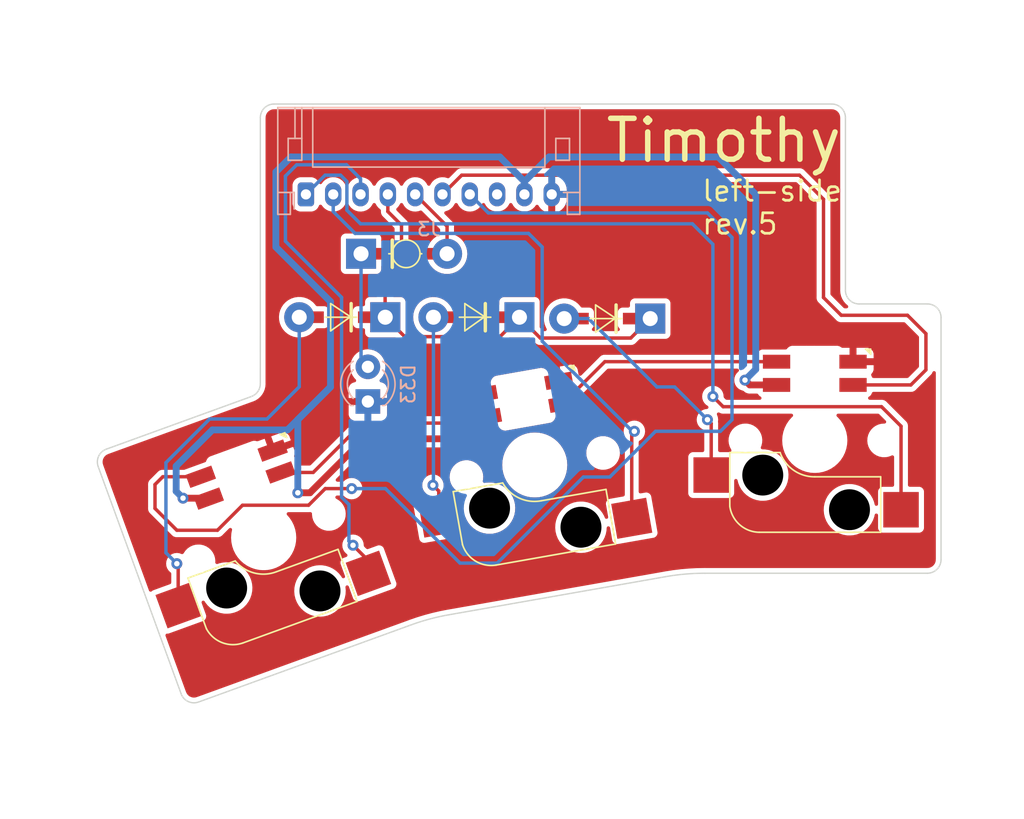
<source format=kicad_pcb>
(kicad_pcb (version 20211014) (generator pcbnew)
  (layers (0 "F.Cu" signal) (31 "B.Cu" signal) (34 "B.Paste" user) (35 "F.Paste" user) (36 "B.SilkS" user "B.Silkscreen") (37 "F.SilkS" user "F.Silkscreen") (38 "B.Mask" user) (39 "F.Mask" user) (44 "Edge.Cuts" user))
  (net 0 "")
  (net 1 "GND")
  (net 2 "Net-(D33-Pad2)")
  (net 3 "/C6")
  (net 4 "/VCC")
  (net 5 "Net-(D76-Pad2)")
  (net 6 "Net-(D77-Pad2)")
  (net 7 "Net-(D78-Pad2)")
  (net 8 "/BACKLIGHT_OUT")
  (net 9 "/C5")
  (net 10 "Net-(SW64-Pad6)")
  (net 11 "Net-(SW65-Pad6)")
  (net 12 "/C4")
  (net 13 "/BACKLIGHT_IN")
  (net 14 "/R5")
  (net 15 "/PWR_LED")
  (footprint "keyboard:MX_Socket_LED" (layer "F.Cu") (at 270.1617 197.7675)
    (fp_text reference "SW66" hide)
    (fp_text value "Key_Switch_with_LED" hide)
    (fp_line (start 3.277 10.385208) (end 6.96 10.389) (layer "F.SilkS") (width 0.12))
    (fp_line (start 14.326 16.231) (end 5.436 16.231) (layer "F.SilkS") (width 0.12))
    (fp_line (start 3.277 10.385208) (end 3.277 14.326) (layer "F.SilkS") (width 0.12))
    (fp_line (start 14.326 12.167) (end 14.326 16.231) (layer "F.SilkS") (width 0.12))
    (fp_line (start 9.5 12.167) (end 14.326 12.167) (layer "F.SilkS") (width 0.12))
    (fp_arc (start 9.5 12.167) (mid 7.946308 11.683273) (end 6.96 10.389) (layer "F.SilkS") (width 0.12))
    (fp_arc (start 5.436 16.231) (mid 4.002293 15.679933) (end 3.277 14.326) (layer "F.SilkS") (width 0.12))
    (fp_poly (pts (xy 13.6 3.2) (xy 13.6 2.8) (xy 13.2 2.8)) (layer "F.SilkS") (width 0.1) (fill solid))
    (pad "" np_thru_hole oval (at 8.925 4.6) (size 1.7 3.3) (drill oval 1.7 3.3) (layers F&B.Cu *.Mask))
    (pad "" np_thru_hole oval (at 9.5 3.1 90) (size 0.3 3.5) (drill oval 0.3 3.5) (layers F&B.Cu *.Mask))
    (pad "" np_thru_hole oval (at 8.175 4.6) (size 0.5 3.3) (drill oval 0.5 3.3) (layers F&B.Cu *.Mask))
    (pad "" np_thru_hole oval (at 7.9 4.6) (size 0.3 3.3) (drill oval 0.3 3.3) (layers F&B.Cu *.Mask))
    (pad "" np_thru_hole circle (at 5.69 12.04) (size 3 3) (drill 3) (layers *.Mask))
    (pad "" np_thru_hole circle (at 12.04 14.58) (size 3 3) (drill 3) (layers *.Mask))
    (pad "" np_thru_hole circle (at 9.5 9.5 90) (size 4 4) (drill 4) (layers F&B.Cu *.Mask))
    (pad "" np_thru_hole circle (at 14.58 9.5 90) (size 1.7 1.7) (drill 1.7) (layers *.Cu *.Mask))
    (pad "" np_thru_hole oval (at 10.1 4.6) (size 1.65 3.3) (drill oval 1.65 3.3) (layers F&B.Cu *.Mask))
    (pad "" np_thru_hole oval (at 9.5 6.125 90) (size 0.3 3.5) (drill oval 0.3 3.5) (layers F&B.Cu *.Mask))
    (pad "" np_thru_hole oval (at 10.85 4.6 180) (size 0.5 3.3) (drill oval 0.5 3.3) (layers F&B.Cu *.Mask))
    (pad "" np_thru_hole circle (at 4.42 9.5 90) (size 1.7 1.7) (drill 1.7) (layers *.Cu *.Mask))
    (pad "" np_thru_hole oval (at 11.1 4.6) (size 0.3 3.3) (drill oval 0.3 3.3) (layers F&B.Cu *.Mask))
    (pad "" np_thru_hole oval (at 9.5 4.6) (size 1.7 3.3) (drill oval 1.7 3.3) (layers F&B.Cu *.Mask))
    (pad "1" smd rect (at 15.815 14.58) (size 2.6 2.6) (layers "F.Cu" "F.Paste" "F.Mask") (net 12 "/C4"))
    (pad "2" smd rect (at 1.915 12.04) (size 2.6 2.6) (layers "F.Cu" "F.Paste" "F.Mask") (net 7 "Net-(D78-Pad2)"))
    (pad "3" smd rect (at 6.7 5.436) (size 2 1.02) (layers "F.Cu" "F.Paste" "F.Mask") (net 4 "/VCC"))
    (pad "4" smd rect (at 6.7 3.7325) (size 2 1.02) (layers "F.Cu" "F.Paste" "F.Mask") (net 11 "Net-(SW65-Pad6)"))
    (pad "5" smd rect (at 12.3 3.7325) (size 2 1.02) (layers "F.Cu" "F.Paste" "F.Mask") (net 1 "GND"))
    (pad "6" smd rect (at 12.3 5.436) (size 2 1.02) (layers "F.Cu" "F.Paste" "F.Mask") (net 13 "/BACKLIGHT_IN"))
  )
  (footprint "keyboard:CRD" (layer "F.Cu") (at 246.4367 193.5925)
    (fp_text reference "D34" hide)
    (fp_text value "CRD")
    (fp_line (start 2.286 -1) (end 2.286 1) (layer "F.SilkS") (width 0.25))
    (fp_line (start 2.032 0) (end 2.286 0) (layer "F.SilkS") (width 0.12))
    (fp_line (start 4.318 0) (end 4.445 0) (layer "F.SilkS") (width 0.12))
    (fp_circle (center 3.302 0) (end 3.302 -1.016) (layer "F.SilkS") (width 0.12) (fill none))
    (pad "" smd rect (at 5 0) (size 1 0.85) (layers "F.Cu" "F.Paste" "F.Mask"))
    (pad "" smd rect (at 1.5 0) (size 1 0.85) (layers "F.Cu" "F.Paste" "F.Mask"))
    (pad "1" thru_hole rect (at 0 0) (size 2.2 2.2) (drill 1.1) (layers *.Cu *.Mask))
    (pad "2" thru_hole oval (at 6.3 0) (size 2.2 2.2) (drill 1.1) (layers *.Cu *.Mask) (net 15 "/PWR_LED"))
  )
  (footprint "keyboard:MX_Socket_LED" (layer "F.Cu") (at 227.130429 208.714612 20)
    (fp_text reference "SW64" hide)
    (fp_text value "Key_Switch_with_LED" hide)
    (fp_line (start 14.326 12.167) (end 14.326 16.231) (layer "F.SilkS") (width 0.12))
    (fp_line (start 14.326 16.231) (end 5.436 16.231) (layer "F.SilkS") (width 0.12))
    (fp_line (start 3.277 10.385208) (end 3.277 14.326) (layer "F.SilkS") (width 0.12))
    (fp_line (start 3.277 10.385208) (end 6.96 10.389) (layer "F.SilkS") (width 0.12))
    (fp_line (start 9.5 12.167) (end 14.326 12.167) (layer "F.SilkS") (width 0.12))
    (fp_arc (start 9.5 12.167) (mid 7.946308 11.683273) (end 6.96 10.389) (layer "F.SilkS") (width 0.12))
    (fp_arc (start 5.436 16.231) (mid 4.002293 15.679933) (end 3.277 14.326) (layer "F.SilkS") (width 0.12))
    (fp_poly (pts (xy 13.6 3.2) (xy 13.6 2.8) (xy 13.2 2.8)) (layer "F.SilkS") (width 0.1) (fill solid))
    (pad "" np_thru_hole circle (at 9.5 9.5 110) (size 4 4) (drill 4) (layers F&B.Cu *.Mask))
    (pad "" np_thru_hole circle (at 14.58 9.5 110) (size 1.7 1.7) (drill 1.7) (layers *.Cu *.Mask))
    (pad "" np_thru_hole oval (at 9.5 6.125 110) (size 0.3 3.5) (drill oval 0.3 3.5) (layers F&B.Cu *.Mask))
    (pad "" np_thru_hole oval (at 8.925 4.6 20) (size 1.7 3.3) (drill oval 1.7 3.3) (layers F&B.Cu *.Mask))
    (pad "" np_thru_hole oval (at 9.5 4.6 20) (size 1.7 3.3) (drill oval 1.7 3.3) (layers F&B.Cu *.Mask))
    (pad "" np_thru_hole oval (at 10.1 4.6 20) (size 1.65 3.3) (drill oval 1.65 3.3) (layers F&B.Cu *.Mask))
    (pad "" np_thru_hole circle (at 4.42 9.5 110) (size 1.7 1.7) (drill 1.7) (layers *.Cu *.Mask))
    (pad "" np_thru_hole oval (at 8.175 4.6 20) (size 0.5 3.3) (drill oval 0.5 3.3) (layers F&B.Cu *.Mask))
    (pad "" np_thru_hole circle (at 5.69 12.04 20) (size 3 3) (drill 3) (layers *.Mask))
    (pad "" np_thru_hole oval (at 10.85 4.6 200) (size 0.5 3.3) (drill oval 0.5 3.3) (layers F&B.Cu *.Mask))
    (pad "" np_thru_hole oval (at 9.5 3.1 110) (size 0.3 3.5) (drill oval 0.3 3.5) (layers F&B.Cu *.Mask))
    (pad "" np_thru_hole circle (at 12.04 14.58 20) (size 3 3) (drill 3) (layers *.Mask))
    (pad "" np_thru_hole oval (at 11.1 4.6 20) (size 0.3 3.3) (drill oval 0.3 3.3) (layers F&B.Cu *.Mask))
    (pad "" np_thru_hole oval (at 7.9 4.6 20) (size 0.3 3.3) (drill oval 0.3 3.3) (layers F&B.Cu *.Mask))
    (pad "1" smd rect (at 15.815 14.58 20) (size 2.6 2.6) (layers "F.Cu" "F.Paste" "F.Mask") (net 3 "/C6"))
    (pad "2" smd rect (at 1.915 12.04 20) (size 2.6 2.6) (layers "F.Cu" "F.Paste" "F.Mask") (net 5 "Net-(D76-Pad2)"))
    (pad "3" smd rect (at 6.7 5.436 20) (size 2 1.02) (layers "F.Cu" "F.Paste" "F.Mask") (net 4 "/VCC"))
    (pad "4" smd rect (at 6.7 3.7325 20) (size 2 1.02) (layers "F.Cu" "F.Paste" "F.Mask") (net 8 "/BACKLIGHT_OUT"))
    (pad "5" smd rect (at 12.3 3.7325 20) (size 2 1.02) (layers "F.Cu" "F.Paste" "F.Mask") (net 1 "GND"))
    (pad "6" smd rect (at 12.3 5.436 20) (size 2 1.02) (layers "F.Cu" "F.Paste" "F.Mask") (net 10 "Net-(SW64-Pad6)"))
  )
  (footprint "keyboard:MX_Socket_LED" (layer "F.Cu") (at 248.151369 201.361484 10)
    (fp_text reference "SW65" hide)
    (fp_text value "Key_Switch_with_LED" hide)
    (fp_line (start 14.326 12.167) (end 14.326 16.231) (layer "F.SilkS") (width 0.12))
    (fp_line (start 14.326 16.231) (end 5.436 16.231) (layer "F.SilkS") (width 0.12))
    (fp_line (start 3.277 10.385208) (end 6.96 10.389) (layer "F.SilkS") (width 0.12))
    (fp_line (start 3.277 10.385208) (end 3.277 14.326) (layer "F.SilkS") (width 0.12))
    (fp_line (start 9.5 12.167) (end 14.326 12.167) (layer "F.SilkS") (width 0.12))
    (fp_arc (start 5.436 16.231) (mid 4.002293 15.679933) (end 3.277 14.326) (layer "F.SilkS") (width 0.12))
    (fp_arc (start 9.5 12.167) (mid 7.946308 11.683273) (end 6.96 10.389) (layer "F.SilkS") (width 0.12))
    (fp_poly (pts (xy 13.6 3.2) (xy 13.6 2.8) (xy 13.2 2.8)) (layer "F.SilkS") (width 0.1) (fill solid))
    (pad "" np_thru_hole oval (at 9.5 4.6 10) (size 1.7 3.3) (drill oval 1.7 3.3) (layers F&B.Cu *.Mask))
    (pad "" np_thru_hole circle (at 5.69 12.04 10) (size 3 3) (drill 3) (layers *.Mask))
    (pad "" np_thru_hole oval (at 10.1 4.6 10) (size 1.65 3.3) (drill oval 1.65 3.3) (layers F&B.Cu *.Mask))
    (pad "" np_thru_hole oval (at 8.925 4.6 10) (size 1.7 3.3) (drill oval 1.7 3.3) (layers F&B.Cu *.Mask))
    (pad "" np_thru_hole circle (at 12.04 14.58 10) (size 3 3) (drill 3) (layers *.Mask))
    (pad "" np_thru_hole oval (at 7.9 4.6 10) (size 0.3 3.3) (drill oval 0.3 3.3) (layers F&B.Cu *.Mask))
    (pad "" np_thru_hole circle (at 9.5 9.5 100) (size 4 4) (drill 4) (layers F&B.Cu *.Mask))
    (pad "" np_thru_hole oval (at 8.175 4.6 10) (size 0.5 3.3) (drill oval 0.5 3.3) (layers F&B.Cu *.Mask))
    (pad "" np_thru_hole circle (at 4.42 9.5 100) (size 1.7 1.7) (drill 1.7) (layers *.Cu *.Mask))
    (pad "" np_thru_hole oval (at 10.85 4.6 190) (size 0.5 3.3) (drill oval 0.5 3.3) (layers F&B.Cu *.Mask))
    (pad "" np_thru_hole oval (at 9.5 6.125 100) (size 0.3 3.5) (drill oval 0.3 3.5) (layers F&B.Cu *.Mask))
    (pad "" np_thru_hole oval (at 9.5 3.1 100) (size 0.3 3.5) (drill oval 0.3 3.5) (layers F&B.Cu *.Mask))
    (pad "" np_thru_hole circle (at 14.58 9.5 100) (size 1.7 1.7) (drill 1.7) (layers *.Cu *.Mask))
    (pad "" np_thru_hole oval (at 11.1 4.6 10) (size 0.3 3.3) (drill oval 0.3 3.3) (layers F&B.Cu *.Mask))
    (pad "1" smd rect (at 15.815 14.58 10) (size 2.6 2.6) (layers "F.Cu" "F.Paste" "F.Mask") (net 9 "/C5"))
    (pad "2" smd rect (at 1.915 12.04 10) (size 2.6 2.6) (layers "F.Cu" "F.Paste" "F.Mask") (net 6 "Net-(D77-Pad2)"))
    (pad "3" smd rect (at 6.7 5.436 10) (size 2 1.02) (layers "F.Cu" "F.Paste" "F.Mask") (net 4 "/VCC"))
    (pad "4" smd rect (at 6.7 3.7325 10) (size 2 1.02) (layers "F.Cu" "F.Paste" "F.Mask") (net 10 "Net-(SW64-Pad6)"))
    (pad "5" smd rect (at 12.3 3.7325 10) (size 2 1.02) (layers "F.Cu" "F.Paste" "F.Mask") (net 1 "GND"))
    (pad "6" smd rect (at 12.3 5.436 10) (size 2 1.02) (layers "F.Cu" "F.Paste" "F.Mask") (net 11 "Net-(SW65-Pad6)"))
  )
  (footprint "keyboard:Diode" (layer "F.Cu") (at 267.6117 198.3425 180)
    (fp_text reference "D78" hide)
    (fp_text value "D")
    (fp_line (start 2.595 0) (end 4 -1) (layer "F.SilkS") (width 0.12))
    (fp_line (start 2.5 -1) (end 2.5 1) (layer "F.SilkS") (width 0.25))
    (fp_line (start 2.1 0) (end 4.4 0) (layer "F.SilkS") (width 0.12))
    (fp_line (start 4 -1) (end 4 1) (layer "F.SilkS") (width 0.12))
    (fp_line (start 4 1) (end 2.5 0) (layer "F.SilkS") (width 0.12))
    (pad "" smd rect (at 5 0 180) (size 1 0.85) (layers "F.Cu" "F.Paste" "F.Mask"))
    (pad "" smd rect (at 1.5 0 180) (size 1 0.85) (layers "F.Cu" "F.Paste" "F.Mask"))
    (pad "1" thru_hole rect (at 0 0 180) (size 2.2 2.2) (drill 1.1) (layers *.Cu *.Mask) (net 14 "/R5"))
    (pad "2" thru_hole oval (at 6.3 0 180) (size 2.2 2.2) (drill 1.1) (layers *.Cu *.Mask) (net 7 "Net-(D78-Pad2)"))
  )
  (footprint "keyboard:Diode" (layer "F.Cu") (at 258.0367 198.2425 180)
    (fp_text reference "D77" hide)
    (fp_text value "D")
    (fp_line (start 4 1) (end 2.5 0) (layer "F.SilkS") (width 0.12))
    (fp_line (start 2.5 -1) (end 2.5 1) (layer "F.SilkS") (width 0.25))
    (fp_line (start 2.595 0) (end 4 -1) (layer "F.SilkS") (width 0.12))
    (fp_line (start 2.1 0) (end 4.4 0) (layer "F.SilkS") (width 0.12))
    (fp_line (start 4 -1) (end 4 1) (layer "F.SilkS") (width 0.12))
    (pad "" smd rect (at 1.5 0 180) (size 1 0.85) (layers "F.Cu" "F.Paste" "F.Mask"))
    (pad "" smd rect (at 5 0 180) (size 1 0.85) (layers "F.Cu" "F.Paste" "F.Mask"))
    (pad "1" thru_hole rect (at 0 0 180) (size 2.2 2.2) (drill 1.1) (layers *.Cu *.Mask) (net 14 "/R5"))
    (pad "2" thru_hole oval (at 6.3 0 180) (size 2.2 2.2) (drill 1.1) (layers *.Cu *.Mask) (net 6 "Net-(D77-Pad2)"))
  )
  (footprint "keyboard:Diode" (layer "F.Cu") (at 248.2117 198.2425 180)
    (fp_text reference "D76" hide)
    (fp_text value "D")
    (fp_line (start 2.1 0) (end 4.4 0) (layer "F.SilkS") (width 0.12))
    (fp_line (start 2.5 -1) (end 2.5 1) (layer "F.SilkS") (width 0.25))
    (fp_line (start 2.595 0) (end 4 -1) (layer "F.SilkS") (width 0.12))
    (fp_line (start 4 1) (end 2.5 0) (layer "F.SilkS") (width 0.12))
    (fp_line (start 4 -1) (end 4 1) (layer "F.SilkS") (width 0.12))
    (pad "" smd rect (at 5 0 180) (size 1 0.85) (layers "F.Cu" "F.Paste" "F.Mask"))
    (pad "" smd rect (at 1.5 0 180) (size 1 0.85) (layers "F.Cu" "F.Paste" "F.Mask"))
    (pad "1" thru_hole rect (at 0 0 180) (size 2.2 2.2) (drill 1.1) (layers *.Cu *.Mask) (net 14 "/R5"))
    (pad "2" thru_hole oval (at 6.3 0 180) (size 2.2 2.2) (drill 1.1) (layers *.Cu *.Mask) (net 5 "Net-(D76-Pad2)"))
  )
  (footprint "LED_THT:LED_D3.0mm" (layer "B.Cu") (at 246.9367 204.4175 90)
    (fp_text reference "D33" (at 1.27 2.96 90) (layer "B.SilkS") (effects (justify mirror)))
    (fp_text value "LED")
    (fp_line (start -0.29 1.236) (end -0.29 1.08) (layer "B.SilkS") (width 0.12))
    (fp_line (start -0.29 -1.08) (end -0.29 -1.236) (layer "B.SilkS") (width 0.12))
    (fp_arc (start 2.31113 1.079837) (mid 1.270117 1.5) (end 0.229039 1.08) (layer "B.SilkS") (width 0.12))
    (fp_arc (start 2.942335 1.078608) (mid 1.366487 1.987659) (end -0.29 1.235516) (layer "B.SilkS") (width 0.12))
    (fp_arc (start -0.29 -1.235516) (mid 1.366487 -1.987659) (end 2.942335 -1.078608) (layer "B.SilkS") (width 0.12))
    (fp_arc (start 0.229039 -1.08) (mid 1.270117 -1.5) (end 2.31113 -1.079837) (layer "B.SilkS") (width 0.12))
    (pad "1" thru_hole rect (at 0 0 90) (size 1.8 1.8) (drill 0.9) (layers *.Cu *.Mask) (net 1 "GND"))
    (pad "2" thru_hole circle (at 2.54 0 90) (size 1.8 1.8) (drill 0.9) (layers *.Cu *.Mask) (net 2 "Net-(D33-Pad2)"))
  )
  (footprint "Connector_JST:JST_PH_S10B-PH-K_1x10_P2.00mm_Horizontal" (layer "B.Cu") (at 242.4 189.2425)
    (fp_text reference "J3" (at 9 2.55) (layer "B.SilkS") (effects (justify mirror)))
    (fp_text value "Conn_01x10")
    (fp_line (start 18.3 -4.1) (end 18.3 -2.5) (layer "B.SilkS") (width 0.12))
    (fp_line (start -0.8 -4.1) (end -0.8 -6.36) (layer "B.SilkS") (width 0.12))
    (fp_line (start -1.3 -4.1) (end -0.3 -4.1) (layer "B.SilkS") (width 0.12))
    (fp_line (start 17.5 -2) (end 17.5 -6.36) (layer "B.SilkS") (width 0.12))
    (fp_line (start -0.3 -4.1) (end -0.3 -6.36) (layer "B.SilkS") (width 0.12))
    (fp_line (start -0.86 -0.14) (end -0.86 1.075) (layer "B.SilkS") (width 0.12))
    (fp_line (start 0.5 -6.36) (end 0.5 -2) (layer "B.SilkS") (width 0.12))
    (fp_line (start -2.06 -0.14) (end -1.14 -0.14) (layer "B.SilkS") (width 0.12))
    (fp_line (start -2.06 -6.36) (end 20.06 -6.36) (layer "B.SilkS") (width 0.12))
    (fp_line (start 19.14 -0.14) (end 18.86 -0.14) (layer "B.SilkS") (width 0.12))
    (fp_line (start 19.14 1.46) (end 19.14 -0.14) (layer "B.SilkS") (width 0.12))
    (fp_line (start -0.3 -2.5) (end -1.3 -2.5) (layer "B.SilkS") (width 0.12))
    (fp_line (start 20.06 -0.14) (end 19.14 -0.14) (layer "B.SilkS") (width 0.12))
    (fp_line (start -1.14 -0.14) (end -1.14 1.46) (layer "B.SilkS") (width 0.12))
    (fp_line (start -1.14 1.46) (end -2.06 1.46) (layer "B.SilkS") (width 0.12))
    (fp_line (start -0.3 -4.1) (end -0.3 -2.5) (layer "B.SilkS") (width 0.12))
    (fp_line (start 18.3 -2.5) (end 19.3 -2.5) (layer "B.SilkS") (width 0.12))
    (fp_line (start 20.06 1.46) (end 19.14 1.46) (layer "B.SilkS") (width 0.12))
    (fp_line (start -0.86 -0.14) (end -1.14 -0.14) (layer "B.SilkS") (width 0.12))
    (fp_line (start 19.3 -4.1) (end 18.3 -4.1) (layer "B.SilkS") (width 0.12))
    (fp_line (start 20.06 -6.36) (end 20.06 1.46) (layer "B.SilkS") (width 0.12))
    (fp_line (start -1.3 -2.5) (end -1.3 -4.1) (layer "B.SilkS") (width 0.12))
    (fp_line (start 19.3 -2.5) (end 19.3 -4.1) (layer "B.SilkS") (width 0.12))
    (fp_line (start -2.06 1.46) (end -2.06 -6.36) (layer "B.SilkS") (width 0.12))
    (fp_line (start 0.5 -2) (end 17.5 -2) (layer "B.SilkS") (width 0.12))
    (pad "1" thru_hole roundrect (at 0 0) (size 1.2 1.75) (drill 0.75) (layers *.Cu *.Mask) (roundrect_rratio 0.2083333333) (net 12 "/C4"))
    (pad "2" thru_hole oval (at 2 0) (size 1.2 1.75) (drill 0.75) (layers *.Cu *.Mask) (net 9 "/C5"))
    (pad "3" thru_hole oval (at 4 0) (size 1.2 1.75) (drill 0.75) (layers *.Cu *.Mask) (net 3 "/C6"))
    (pad "4" thru_hole oval (at 6 0) (size 1.2 1.75) (drill 0.75) (layers *.Cu *.Mask) (net 14 "/R5"))
    (pad "5" thru_hole oval (at 8 0) (size 1.2 1.75) (drill 0.75) (layers *.Cu *.Mask) (net 15 "/PWR_LED"))
    (pad "6" thru_hole oval (at 10 0) (size 1.2 1.75) (drill 0.75) (layers *.Cu *.Mask) (net 13 "/BACKLIGHT_IN"))
    (pad "7" thru_hole oval (at 12 0) (size 1.2 1.75) (drill 0.75) (layers *.Cu *.Mask) (net 8 "/BACKLIGHT_OUT"))
    (pad "8" thru_hole oval (at 14 0) (size 1.2 1.75) (drill 0.75) (layers *.Cu *.Mask))
    (pad "9" thru_hole oval (at 16 0) (size 1.2 1.75) (drill 0.75) (layers *.Cu *.Mask) (net 4 "/VCC"))
    (pad "10" thru_hole oval (at 18 0) (size 1.2 1.75) (drill 0.75) (layers *.Cu *.Mask) (net 1 "GND"))
  )
  (gr_arc (start 239.0617 203.1152) (mid 238.879985 203.687269) (end 238.403721 204.052603) (layer "Edge.Cuts") (width 0.1))
  (gr_line (start 233.2638 225.8366) (end 227.1888 209.1861) (layer "Edge.Cuts") (width 0.1))
  (gr_arc (start 234.5456 226.4328) (mid 233.780931 226.400799) (end 233.263808 225.836586) (layer "Edge.Cuts") (width 0.1))
  (gr_arc (start 250.104 220.7838) (mid 251.477035 220.352551) (end 252.882115 220.041183) (layer "Edge.Cuts") (width 0.1))
  (gr_arc (start 280.9061 182.6223) (mid 281.613207 182.915193) (end 281.9061 183.6223) (layer "Edge.Cuts") (width 0.1))
  (gr_line (start 227.7865 207.9075) (end 238.4037 204.0526) (layer "Edge.Cuts") (width 0.1))
  (gr_line (start 239.0617 203.1152) (end 239.064136 183.619864) (layer "Edge.Cuts") (width 0.1))
  (gr_line (start 268.75 217.25) (end 252.8821 220.0412) (layer "Edge.Cuts") (width 0.1))
  (gr_arc (start 288.9061 216.0024) (mid 288.61236 216.707957) (end 287.9061 217) (layer "Edge.Cuts") (width 0.1))
  (gr_arc (start 227.1888 209.1861) (mid 227.223494 208.42334) (end 227.786479 207.907497) (layer "Edge.Cuts") (width 0.1))
  (gr_line (start 281.9061 183.6223) (end 281.9061 196.2716) (layer "Edge.Cuts") (width 0.1))
  (gr_line (start 282.9061 197.2691) (end 287.9061 197.2691) (layer "Edge.Cuts") (width 0.1))
  (gr_arc (start 268.75 217.25) (mid 270.177157 217.062611) (end 271.6152 216.99999) (layer "Edge.Cuts") (width 0.1))
  (gr_line (start 240.0617 182.6223) (end 280.9061 182.6223) (layer "Edge.Cuts") (width 0.1))
  (gr_line (start 250.104 220.7838) (end 234.5456 226.4328) (layer "Edge.Cuts") (width 0.1))
  (gr_arc (start 239.064136 183.619864) (mid 239.356328 182.914503) (end 240.0617 182.6223) (layer "Edge.Cuts") (width 0.1))
  (gr_line (start 288.9061 198.2667) (end 288.9061 216.0024) (layer "Edge.Cuts") (width 0.1))
  (gr_line (start 287.9061 217) (end 271.6152 217) (layer "Edge.Cuts") (width 0.1))
  (gr_arc (start 282.9061 197.2691) (mid 282.199143 196.977825) (end 281.9061 196.2716) (layer "Edge.Cuts") (width 0.1))
  (gr_arc (start 287.9061 197.2691) (mid 288.613063 197.56044) (end 288.9061 198.2667) (layer "Edge.Cuts") (width 0.1))
  (gr_text "left-side\nrev.5" (at 271.3 190.2) (layer "F.SilkS") (effects (font (size 1.5 1.5) (thickness 0.2)) (justify left)))
  (gr_text "Timothy" (at 273 185.3) (layer "F.SilkS") (effects (font (size 3 3) (thickness 0.4))))
  (segment (start 246.4367 193.5925) (end 246.4367 201.3775) (width 0.25) (layer "B.Cu") (net 2))
  (segment (start 246.4367 201.3775) (end 246.9367 201.8775) (width 0.25) (layer "B.Cu") (net 2))
  (segment (start 245.85 214.95) (end 246.978321 216.078321) (width 0.25) (layer "F.Cu") (net 3))
  (segment (start 246.978321 216.078321) (end 246.978321 217.006282) (width 0.25) (layer "F.Cu") (net 3))
  (via (at 245.85 214.95) (size 0.8) (drill 0.4) (layers "F.Cu" "B.Cu") (net 3))
  (segment (start 245.55 214.65) (end 245.85 214.95) (width 0.25) (layer "B.Cu") (net 3))
  (segment (start 245.0117 196.7883) (end 245.0117 211.430037) (width 0.25) (layer "B.Cu") (net 3))
  (segment (start 245.375 187.075) (end 241.725 187.075) (width 0.25) (layer "B.Cu") (net 3))
  (segment (start 246.4 189.2425) (end 246.4 188.1) (width 0.25) (layer "B.Cu") (net 3))
  (segment (start 245.55 211.968337) (end 245.55 214.65) (width 0.25) (layer "B.Cu") (net 3))
  (segment (start 246.4 188.1) (end 245.375 187.075) (width 0.25) (layer "B.Cu") (net 3))
  (segment (start 245.0117 211.430037) (end 245.55 211.968337) (width 0.25) (layer "B.Cu") (net 3))
  (segment (start 241.725 187.075) (end 240.9 187.9) (width 0.25) (layer "B.Cu") (net 3))
  (segment (start 240.9 192.6766) (end 245.0117 196.7883) (width 0.25) (layer "B.Cu") (net 3))
  (segment (start 240.9 187.9) (end 240.9 192.6766) (width 0.25) (layer "B.Cu") (net 3))
  (segment (start 274.9035 203.2035) (end 274.55 202.85) (width 0.5) (layer "F.Cu") (net 4))
  (segment (start 255.693532 205.551456) (end 254.094988 207.15) (width 0.5) (layer "F.Cu") (net 4))
  (segment (start 233.4 211.5) (end 235.254345 211.5) (width 0.5) (layer "F.Cu") (net 4))
  (segment (start 235.254345 211.5) (end 235.285591 211.531246) (width 0.5) (layer "F.Cu") (net 4))
  (segment (start 276.8617 203.2035) (end 274.9035 203.2035) (width 0.5) (layer "F.Cu") (net 4))
  (segment (start 254.094988 207.15) (end 246.65 207.15) (width 0.5) (layer "F.Cu") (net 4))
  (segment (start 246.65 207.15) (end 242.693299 211.106701) (width 0.5) (layer "F.Cu") (net 4))
  (segment (start 242.693299 211.106701) (end 241.806701 211.106701) (width 0.5) (layer "F.Cu") (net 4))
  (via (at 274.55 202.85) (size 0.8) (drill 0.4) (layers "F.Cu" "B.Cu") (net 4))
  (via (at 233.4 211.5) (size 0.8) (drill 0.4) (layers "F.Cu" "B.Cu") (net 4))
  (via (at 241.806701 211.106701) (size 0.8) (drill 0.4) (layers "F.Cu" "B.Cu") (net 4))
  (segment (start 244.2 197.1) (end 244.2 203.35) (width 0.5) (layer "B.Cu") (net 4))
  (segment (start 233.4 211.5) (end 232.9 211) (width 0.5) (layer "B.Cu") (net 4))
  (segment (start 258.4 188.3) (end 256.6 186.5) (width 0.5) (layer "B.Cu") (net 4))
  (segment (start 275.3367 202.0633) (end 275.3367 189.2425) (width 0.5) (layer "B.Cu") (net 4))
  (segment (start 275.3367 189.2425) (end 272.5942 186.5) (width 0.5) (layer "B.Cu") (net 4))
  (segment (start 232.9 209.15) (end 235.55 206.5) (width 0.5) (layer "B.Cu") (net 4))
  (segment (start 232.9 211) (end 232.9 209.15) (width 0.5) (layer "B.Cu") (net 4))
  (segment (start 241.05 206.5) (end 244.2 203.35) (width 0.5) (layer "B.Cu") (net 4))
  (segment (start 256.6 186.5) (end 241.3 186.5) (width 0.5) (layer "B.Cu") (net 4))
  (segment (start 241.806701 205.743299) (end 241.806701 211.106701) (width 0.5) (layer "B.Cu") (net 4))
  (segment (start 240.2 193.1) (end 244.2 197.1) (width 0.5) (layer "B.Cu") (net 4))
  (segment (start 272.5942 186.5) (end 260.2 186.5) (width 0.5) (layer "B.Cu") (net 4))
  (segment (start 235.55 206.5) (end 241.05 206.5) (width 0.5) (layer "B.Cu") (net 4))
  (segment (start 240.2 187.6) (end 240.2 193.1) (width 0.5) (layer "B.Cu") (net 4))
  (segment (start 260.2 186.5) (end 258.4 188.3) (width 0.5) (layer "B.Cu") (net 4))
  (segment (start 244.2 203.35) (end 241.806701 205.743299) (width 0.5) (layer "B.Cu") (net 4))
  (segment (start 274.55 202.85) (end 275.3367 202.0633) (width 0.5) (layer "B.Cu") (net 4))
  (segment (start 258.4 188.3) (end 258.4 189.2425) (width 0.5) (layer "B.Cu") (net 4))
  (segment (start 241.3 186.5) (end 240.2 187.6) (width 0.5) (layer "B.Cu") (net 4))
  (segment (start 232.95 216.3) (end 233.047863 216.397863) (width 0.25) (layer "F.Cu") (net 5))
  (segment (start 233.047863 216.397863) (end 233.047863 219.373543) (width 0.25) (layer "F.Cu") (net 5))
  (via (at 232.95 216.3) (size 0.8) (drill 0.4) (layers "F.Cu" "B.Cu") (net 5))
  (segment (start 232.15 215.5) (end 232.95 216.3) (width 0.25) (layer "B.Cu") (net 5))
  (segment (start 232.15 208.9) (end 232.15 215.5) (width 0.25) (layer "B.Cu") (net 5))
  (segment (start 235.35 205.7) (end 232.15 208.9) (width 0.25) (layer "B.Cu") (net 5))
  (segment (start 241.9117 198.2425) (end 241.9117 203.3383) (width 0.25) (layer "B.Cu") (net 5))
  (segment (start 241.9117 203.3383) (end 239.55 205.7) (width 0.25) (layer "B.Cu") (net 5))
  (segment (start 239.55 205.7) (end 235.35 205.7) (width 0.25) (layer "B.Cu") (net 5))
  (segment (start 252.128 210.978) (end 252.128 212.886033) (width 0.25) (layer "F.Cu") (net 6))
  (segment (start 251.7 210.55) (end 252.128 210.978) (width 0.25) (layer "F.Cu") (net 6))
  (via (at 251.7 210.55) (size 0.8) (drill 0.4) (layers "F.Cu" "B.Cu") (net 6))
  (segment (start 251.7367 198.2425) (end 251.7367 210.5133) (width 0.25) (layer "B.Cu") (net 6))
  (segment (start 251.7367 210.5133) (end 251.7 210.55) (width 0.25) (layer "B.Cu") (net 6))
  (segment (start 272.0767 206.0267) (end 272.0767 209.8075) (width 0.25) (layer "F.Cu") (net 7))
  (segment (start 271.8 205.75) (end 272.0767 206.0267) (width 0.25) (layer "F.Cu") (net 7))
  (via (at 271.8 205.75) (size 0.8) (drill 0.4) (layers "F.Cu" "B.Cu") (net 7))
  (segment (start 271.8 205.75) (end 269.4 203.35) (width 0.25) (layer "B.Cu") (net 7))
  (segment (start 268.1 203.35) (end 263.0925 198.3425) (width 0.25) (layer "B.Cu") (net 7))
  (segment (start 269.4 203.35) (end 268.1 203.35) (width 0.25) (layer "B.Cu") (net 7))
  (segment (start 263.0925 198.3425) (end 261.3117 198.3425) (width 0.25) (layer "B.Cu") (net 7))
  (segment (start 243.813172 210.8) (end 242.595672 212.0175) (width 0.25) (layer "F.Cu") (net 8))
  (segment (start 245.75 210.8) (end 243.813172 210.8) (width 0.25) (layer "F.Cu") (net 8))
  (segment (start 231.35 212.25) (end 231.35 210.5) (width 0.25) (layer "F.Cu") (net 8))
  (segment (start 232.95 213.85) (end 231.35 212.25) (width 0.25) (layer "F.Cu") (net 8))
  (segment (start 242.595672 212.0175) (end 237.7575 212.0175) (width 0.25) (layer "F.Cu") (net 8))
  (segment (start 231.35 210.5) (end 231.91952 209.93048) (width 0.25) (layer "F.Cu") (net 8))
  (segment (start 237.7575 212.0175) (end 235.925 213.85) (width 0.25) (layer "F.Cu") (net 8))
  (segment (start 235.925 213.85) (end 232.95 213.85) (width 0.25) (layer "F.Cu") (net 8))
  (segment (start 231.91952 209.93048) (end 234.70296 209.93048) (width 0.25) (layer "F.Cu") (net 8))
  (via (at 245.75 210.8) (size 0.8) (drill 0.4) (layers "F.Cu" "B.Cu") (net 8))
  (segment (start 253.683011 216.257228) (end 248.225783 210.8) (width 0.25) (layer "B.Cu") (net 8))
  (segment (start 264.65 209.95) (end 262.7195 209.95) (width 0.25) (layer "B.Cu") (net 8))
  (segment (start 262.7195 209.95) (end 256.412272 216.257228) (width 0.25) (layer "B.Cu") (net 8))
  (segment (start 272.75 206.6) (end 268 206.6) (width 0.25) (layer "B.Cu") (net 8))
  (segment (start 273.6 192.4) (end 273.6 205.75) (width 0.25) (layer "B.Cu") (net 8))
  (segment (start 248.225783 210.8) (end 245.75 210.8) (width 0.25) (layer "B.Cu") (net 8))
  (segment (start 268 206.6) (end 264.65 209.95) (width 0.25) (layer "B.Cu") (net 8))
  (segment (start 254.4 189.2425) (end 255.7575 190.6) (width 0.25) (layer "B.Cu") (net 8))
  (segment (start 273.6 205.75) (end 272.75 206.6) (width 0.25) (layer "B.Cu") (net 8))
  (segment (start 271.8 190.6) (end 273.6 192.4) (width 0.25) (layer "B.Cu") (net 8))
  (segment (start 256.412272 216.257228) (end 253.683011 216.257228) (width 0.25) (layer "B.Cu") (net 8))
  (segment (start 255.7575 190.6) (end 271.8 190.6) (width 0.25) (layer "B.Cu") (net 8))
  (segment (start 266.257894 206.792106) (end 266.257894 212.973735) (width 0.25) (layer "F.Cu") (net 9))
  (segment (start 266.45 206.6) (end 266.257894 206.792106) (width 0.25) (layer "F.Cu") (net 9))
  (via (at 266.45 206.6) (size 0.8) (drill 0.4) (layers "F.Cu" "B.Cu") (net 9))
  (segment (start 266.25 206.55) (end 266.4 206.55) (width 0.25) (layer "B.Cu") (net 9))
  (segment (start 266.4 206.55) (end 266.45 206.6) (width 0.25) (layer "B.Cu") (net 9))
  (segment (start 258.7 192.1) (end 259.7 193.1) (width 0.25) (layer "B.Cu") (net 9))
  (segment (start 259.7 200) (end 266.25 206.55) (width 0.25) (layer "B.Cu") (net 9))
  (segment (start 259.7 193.1) (end 259.7 200) (width 0.25) (layer "B.Cu") (net 9))
  (segment (start 244.4 190.5) (end 246 192.1) (width 0.25) (layer "B.Cu") (net 9))
  (segment (start 244.4 189.2425) (end 244.4 190.5) (width 0.25) (layer "B.Cu") (net 9))
  (segment (start 246 192.1) (end 258.7 192.1) (width 0.25) (layer "B.Cu") (net 9))
  (segment (start 242.934067 209.615933) (end 246.55 206) (width 0.25) (layer "F.Cu") (net 10))
  (segment (start 240.54787 209.615933) (end 242.934067 209.615933) (width 0.25) (layer "F.Cu") (net 10))
  (segment (start 253.271559 206) (end 255.397723 203.873836) (width 0.25) (layer "F.Cu") (net 10))
  (segment (start 246.55 206) (end 253.271559 206) (width 0.25) (layer "F.Cu") (net 10))
  (segment (start 264.287482 201.5) (end 276.8617 201.5) (width 0.25) (layer "F.Cu") (net 11))
  (segment (start 261.208456 204.579026) (end 264.287482 201.5) (width 0.25) (layer "F.Cu") (net 11))
  (segment (start 284.55 204.8) (end 285.9767 206.2267) (width 0.25) (layer "F.Cu") (net 12))
  (segment (start 285.9767 206.2267) (end 285.9767 212.3475) (width 0.25) (layer "F.Cu") (net 12))
  (segment (start 272.2 204.05) (end 272.95 204.8) (width 0.25) (layer "F.Cu") (net 12))
  (segment (start 272.95 204.8) (end 284.55 204.8) (width 0.25) (layer "F.Cu") (net 12))
  (via (at 272.2 204.05) (size 0.8) (drill 0.4) (layers "F.Cu" "B.Cu") (net 12))
  (segment (start 245.4 188.3) (end 245.4 190.4) (width 0.25) (layer "B.Cu") (net 12))
  (segment (start 272.2 192.9) (end 272.2 204.05) (width 0.25) (layer "B.Cu") (net 12))
  (segment (start 245.4 190.4) (end 246.4 191.4) (width 0.25) (layer "B.Cu") (net 12))
  (segment (start 246.4 191.4) (end 270.7 191.4) (width 0.25) (layer "B.Cu") (net 12))
  (segment (start 270.7 191.4) (end 272.2 192.9) (width 0.25) (layer "B.Cu") (net 12))
  (segment (start 243.80789 187.83461) (end 244.93461 187.83461) (width 0.25) (layer "B.Cu") (net 12))
  (segment (start 242.4 189.2425) (end 243.80789 187.83461) (width 0.25) (layer "B.Cu") (net 12))
  (segment (start 244.93461 187.83461) (end 245.4 188.3) (width 0.25) (layer "B.Cu") (net 12))
  (segment (start 281.6 198.1) (end 286.45 198.1) (width 0.25) (layer "F.Cu") (net 13))
  (segment (start 252.4 189.2425) (end 253.80789 187.83461) (width 0.25) (layer "F.Cu") (net 13))
  (segment (start 287.8 202.1) (end 286.6965 203.2035) (width 0.25) (layer "F.Cu") (net 13))
  (segment (start 287.8 199.45) (end 287.8 202.1) (width 0.25) (layer "F.Cu") (net 13))
  (segment (start 278.53461 187.83461) (end 280.3 189.6) (width 0.25) (layer "F.Cu") (net 13))
  (segment (start 280.3 189.6) (end 280.3 196.8) (width 0.25) (layer "F.Cu") (net 13))
  (segment (start 280.3 196.8) (end 281.6 198.1) (width 0.25) (layer "F.Cu") (net 13))
  (segment (start 286.6965 203.2035) (end 282.4617 203.2035) (width 0.25) (layer "F.Cu") (net 13))
  (segment (start 253.80789 187.83461) (end 278.53461 187.83461) (width 0.25) (layer "F.Cu") (net 13))
  (segment (start 286.45 198.1) (end 287.8 199.45) (width 0.25) (layer "F.Cu") (net 13))
  (segment (start 266.1867 199.7675) (end 267.6117 198.3425) (width 0.25) (layer "F.Cu") (net 14))
  (segment (start 256.6117 199.6675) (end 258.0367 198.2425) (width 0.25) (layer "F.Cu") (net 14))
  (segment (start 249.6367 199.6675) (end 256.6117 199.6675) (width 0.25) (layer "F.Cu") (net 14))
  (segment (start 248.2 196.2) (end 249.4 195) (width 0.25) (layer "F.Cu") (net 14))
  (segment (start 248.2117 198.2425) (end 249.6367 199.6675) (width 0.25) (layer "F.Cu") (net 14))
  (segment (start 249.4 195) (end 249.4 191.5) (width 0.25) (layer "F.Cu") (net 14))
  (segment (start 248.2 198.2308) (end 248.2 196.2) (width 0.25) (layer "F.Cu") (net 14))
  (segment (start 259.5617 199.7675) (end 266.1867 199.7675) (width 0.25) (layer "F.Cu") (net 14))
  (segment (start 248.2117 198.2425) (end 248.2 198.2308) (width 0.25) (layer "F.Cu") (net 14))
  (segment (start 249.4 191.5) (end 248.4 190.5) (width 0.25) (layer "F.Cu") (net 14))
  (segment (start 258.0367 198.2425) (end 259.5617 199.7675) (width 0.25) (layer "F.Cu") (net 14))
  (segment (start 248.4 190.5) (end 248.4 189.2425) (width 0.25) (layer "F.Cu") (net 14))
  (segment (start 250.4 189.2425) (end 252.7367 191.5792) (width 0.25) (layer "F.Cu") (net 15))
  (segment (start 252.7367 191.5792) (end 252.7367 193.5925) (width 0.25) (layer "F.Cu") (net 15))
  (zone (net 1) (net_name "GND") (layers F&B.Cu) (connect_pads (clearance 0.381)) (min_thickness 0.254) (fill yes (thermal_gap 0.508) (thermal_bridge_width 0.508))
    (polygon (pts (xy 295 235) (xy 220 235) (xy 220 175) (xy 295 175)))
  )
)
</source>
